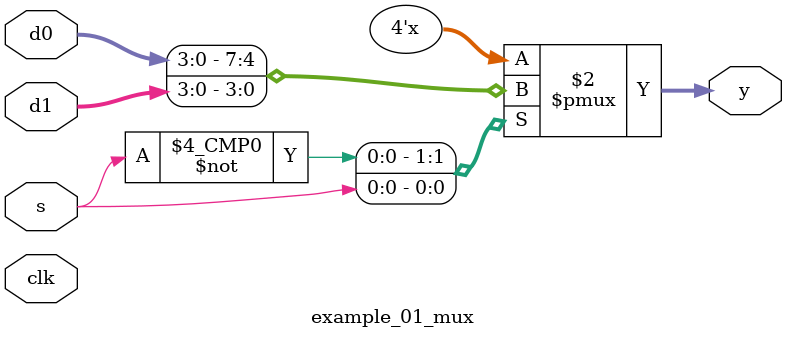
<source format=v>
`timescale 1ns/1ps
module example_01_mux #(
	//list of parameters
	parameter DATA_WIDTH = 4
)(
	//list of ports
	input [DATA_WIDTH-1: 0] d0, d1,
	input clk, s,
	output reg [DATA_WIDTH-1 : 0] y
);
	always @(*)
		case(s)
		    2'b00: y <= d0;
		    2'b01: y <= d1;
		endcase
endmodule

</source>
